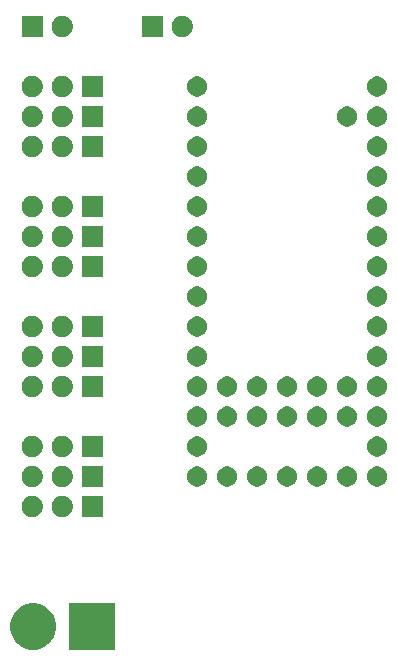
<source format=gbr>
G04 #@! TF.GenerationSoftware,KiCad,Pcbnew,(5.1.5)-3*
G04 #@! TF.CreationDate,2020-04-04T13:54:15-07:00*
G04 #@! TF.ProjectId,ServoPower2,53657276-6f50-46f7-9765-72322e6b6963,rev?*
G04 #@! TF.SameCoordinates,Original*
G04 #@! TF.FileFunction,Soldermask,Bot*
G04 #@! TF.FilePolarity,Negative*
%FSLAX46Y46*%
G04 Gerber Fmt 4.6, Leading zero omitted, Abs format (unit mm)*
G04 Created by KiCad (PCBNEW (5.1.5)-3) date 2020-04-04 13:54:15*
%MOMM*%
%LPD*%
G04 APERTURE LIST*
%ADD10C,0.100000*%
G04 APERTURE END LIST*
D10*
G36*
X159431000Y-116251000D02*
G01*
X155529000Y-116251000D01*
X155529000Y-112349000D01*
X159431000Y-112349000D01*
X159431000Y-116251000D01*
G37*
G36*
X153049085Y-112423975D02*
G01*
X153404143Y-112571045D01*
X153404145Y-112571046D01*
X153723690Y-112784559D01*
X153995441Y-113056310D01*
X154208954Y-113375855D01*
X154208955Y-113375857D01*
X154356025Y-113730915D01*
X154431000Y-114107842D01*
X154431000Y-114492158D01*
X154356025Y-114869085D01*
X154208955Y-115224143D01*
X154208954Y-115224145D01*
X153995441Y-115543690D01*
X153723690Y-115815441D01*
X153404145Y-116028954D01*
X153404144Y-116028955D01*
X153404143Y-116028955D01*
X153049085Y-116176025D01*
X152672158Y-116251000D01*
X152287842Y-116251000D01*
X151910915Y-116176025D01*
X151555857Y-116028955D01*
X151555856Y-116028955D01*
X151555855Y-116028954D01*
X151236310Y-115815441D01*
X150964559Y-115543690D01*
X150751046Y-115224145D01*
X150751045Y-115224143D01*
X150603975Y-114869085D01*
X150529000Y-114492158D01*
X150529000Y-114107842D01*
X150603975Y-113730915D01*
X150751045Y-113375857D01*
X150751046Y-113375855D01*
X150964559Y-113056310D01*
X151236310Y-112784559D01*
X151555855Y-112571046D01*
X151555857Y-112571045D01*
X151910915Y-112423975D01*
X152287842Y-112349000D01*
X152672158Y-112349000D01*
X153049085Y-112423975D01*
G37*
G36*
X155053512Y-103243927D02*
G01*
X155202812Y-103273624D01*
X155366784Y-103341544D01*
X155514354Y-103440147D01*
X155639853Y-103565646D01*
X155738456Y-103713216D01*
X155806376Y-103877188D01*
X155841000Y-104051259D01*
X155841000Y-104228741D01*
X155806376Y-104402812D01*
X155738456Y-104566784D01*
X155639853Y-104714354D01*
X155514354Y-104839853D01*
X155366784Y-104938456D01*
X155202812Y-105006376D01*
X155053512Y-105036073D01*
X155028742Y-105041000D01*
X154851258Y-105041000D01*
X154826488Y-105036073D01*
X154677188Y-105006376D01*
X154513216Y-104938456D01*
X154365646Y-104839853D01*
X154240147Y-104714354D01*
X154141544Y-104566784D01*
X154073624Y-104402812D01*
X154039000Y-104228741D01*
X154039000Y-104051259D01*
X154073624Y-103877188D01*
X154141544Y-103713216D01*
X154240147Y-103565646D01*
X154365646Y-103440147D01*
X154513216Y-103341544D01*
X154677188Y-103273624D01*
X154826488Y-103243927D01*
X154851258Y-103239000D01*
X155028742Y-103239000D01*
X155053512Y-103243927D01*
G37*
G36*
X152513512Y-103243927D02*
G01*
X152662812Y-103273624D01*
X152826784Y-103341544D01*
X152974354Y-103440147D01*
X153099853Y-103565646D01*
X153198456Y-103713216D01*
X153266376Y-103877188D01*
X153301000Y-104051259D01*
X153301000Y-104228741D01*
X153266376Y-104402812D01*
X153198456Y-104566784D01*
X153099853Y-104714354D01*
X152974354Y-104839853D01*
X152826784Y-104938456D01*
X152662812Y-105006376D01*
X152513512Y-105036073D01*
X152488742Y-105041000D01*
X152311258Y-105041000D01*
X152286488Y-105036073D01*
X152137188Y-105006376D01*
X151973216Y-104938456D01*
X151825646Y-104839853D01*
X151700147Y-104714354D01*
X151601544Y-104566784D01*
X151533624Y-104402812D01*
X151499000Y-104228741D01*
X151499000Y-104051259D01*
X151533624Y-103877188D01*
X151601544Y-103713216D01*
X151700147Y-103565646D01*
X151825646Y-103440147D01*
X151973216Y-103341544D01*
X152137188Y-103273624D01*
X152286488Y-103243927D01*
X152311258Y-103239000D01*
X152488742Y-103239000D01*
X152513512Y-103243927D01*
G37*
G36*
X158381000Y-105041000D02*
G01*
X156579000Y-105041000D01*
X156579000Y-103239000D01*
X158381000Y-103239000D01*
X158381000Y-105041000D01*
G37*
G36*
X158381000Y-102501000D02*
G01*
X156579000Y-102501000D01*
X156579000Y-100699000D01*
X158381000Y-100699000D01*
X158381000Y-102501000D01*
G37*
G36*
X152513512Y-100703927D02*
G01*
X152662812Y-100733624D01*
X152826784Y-100801544D01*
X152974354Y-100900147D01*
X153099853Y-101025646D01*
X153198456Y-101173216D01*
X153266376Y-101337188D01*
X153301000Y-101511259D01*
X153301000Y-101688741D01*
X153266376Y-101862812D01*
X153198456Y-102026784D01*
X153099853Y-102174354D01*
X152974354Y-102299853D01*
X152826784Y-102398456D01*
X152662812Y-102466376D01*
X152513512Y-102496073D01*
X152488742Y-102501000D01*
X152311258Y-102501000D01*
X152286488Y-102496073D01*
X152137188Y-102466376D01*
X151973216Y-102398456D01*
X151825646Y-102299853D01*
X151700147Y-102174354D01*
X151601544Y-102026784D01*
X151533624Y-101862812D01*
X151499000Y-101688741D01*
X151499000Y-101511259D01*
X151533624Y-101337188D01*
X151601544Y-101173216D01*
X151700147Y-101025646D01*
X151825646Y-100900147D01*
X151973216Y-100801544D01*
X152137188Y-100733624D01*
X152286488Y-100703927D01*
X152311258Y-100699000D01*
X152488742Y-100699000D01*
X152513512Y-100703927D01*
G37*
G36*
X155053512Y-100703927D02*
G01*
X155202812Y-100733624D01*
X155366784Y-100801544D01*
X155514354Y-100900147D01*
X155639853Y-101025646D01*
X155738456Y-101173216D01*
X155806376Y-101337188D01*
X155841000Y-101511259D01*
X155841000Y-101688741D01*
X155806376Y-101862812D01*
X155738456Y-102026784D01*
X155639853Y-102174354D01*
X155514354Y-102299853D01*
X155366784Y-102398456D01*
X155202812Y-102466376D01*
X155053512Y-102496073D01*
X155028742Y-102501000D01*
X154851258Y-102501000D01*
X154826488Y-102496073D01*
X154677188Y-102466376D01*
X154513216Y-102398456D01*
X154365646Y-102299853D01*
X154240147Y-102174354D01*
X154141544Y-102026784D01*
X154073624Y-101862812D01*
X154039000Y-101688741D01*
X154039000Y-101511259D01*
X154073624Y-101337188D01*
X154141544Y-101173216D01*
X154240147Y-101025646D01*
X154365646Y-100900147D01*
X154513216Y-100801544D01*
X154677188Y-100733624D01*
X154826488Y-100703927D01*
X154851258Y-100699000D01*
X155028742Y-100699000D01*
X155053512Y-100703927D01*
G37*
G36*
X181858228Y-100781703D02*
G01*
X182013100Y-100845853D01*
X182152481Y-100938985D01*
X182271015Y-101057519D01*
X182364147Y-101196900D01*
X182428297Y-101351772D01*
X182461000Y-101516184D01*
X182461000Y-101683816D01*
X182428297Y-101848228D01*
X182364147Y-102003100D01*
X182271015Y-102142481D01*
X182152481Y-102261015D01*
X182013100Y-102354147D01*
X181858228Y-102418297D01*
X181693816Y-102451000D01*
X181526184Y-102451000D01*
X181361772Y-102418297D01*
X181206900Y-102354147D01*
X181067519Y-102261015D01*
X180948985Y-102142481D01*
X180855853Y-102003100D01*
X180791703Y-101848228D01*
X180759000Y-101683816D01*
X180759000Y-101516184D01*
X180791703Y-101351772D01*
X180855853Y-101196900D01*
X180948985Y-101057519D01*
X181067519Y-100938985D01*
X181206900Y-100845853D01*
X181361772Y-100781703D01*
X181526184Y-100749000D01*
X181693816Y-100749000D01*
X181858228Y-100781703D01*
G37*
G36*
X179318228Y-100781703D02*
G01*
X179473100Y-100845853D01*
X179612481Y-100938985D01*
X179731015Y-101057519D01*
X179824147Y-101196900D01*
X179888297Y-101351772D01*
X179921000Y-101516184D01*
X179921000Y-101683816D01*
X179888297Y-101848228D01*
X179824147Y-102003100D01*
X179731015Y-102142481D01*
X179612481Y-102261015D01*
X179473100Y-102354147D01*
X179318228Y-102418297D01*
X179153816Y-102451000D01*
X178986184Y-102451000D01*
X178821772Y-102418297D01*
X178666900Y-102354147D01*
X178527519Y-102261015D01*
X178408985Y-102142481D01*
X178315853Y-102003100D01*
X178251703Y-101848228D01*
X178219000Y-101683816D01*
X178219000Y-101516184D01*
X178251703Y-101351772D01*
X178315853Y-101196900D01*
X178408985Y-101057519D01*
X178527519Y-100938985D01*
X178666900Y-100845853D01*
X178821772Y-100781703D01*
X178986184Y-100749000D01*
X179153816Y-100749000D01*
X179318228Y-100781703D01*
G37*
G36*
X176778228Y-100781703D02*
G01*
X176933100Y-100845853D01*
X177072481Y-100938985D01*
X177191015Y-101057519D01*
X177284147Y-101196900D01*
X177348297Y-101351772D01*
X177381000Y-101516184D01*
X177381000Y-101683816D01*
X177348297Y-101848228D01*
X177284147Y-102003100D01*
X177191015Y-102142481D01*
X177072481Y-102261015D01*
X176933100Y-102354147D01*
X176778228Y-102418297D01*
X176613816Y-102451000D01*
X176446184Y-102451000D01*
X176281772Y-102418297D01*
X176126900Y-102354147D01*
X175987519Y-102261015D01*
X175868985Y-102142481D01*
X175775853Y-102003100D01*
X175711703Y-101848228D01*
X175679000Y-101683816D01*
X175679000Y-101516184D01*
X175711703Y-101351772D01*
X175775853Y-101196900D01*
X175868985Y-101057519D01*
X175987519Y-100938985D01*
X176126900Y-100845853D01*
X176281772Y-100781703D01*
X176446184Y-100749000D01*
X176613816Y-100749000D01*
X176778228Y-100781703D01*
G37*
G36*
X174238228Y-100781703D02*
G01*
X174393100Y-100845853D01*
X174532481Y-100938985D01*
X174651015Y-101057519D01*
X174744147Y-101196900D01*
X174808297Y-101351772D01*
X174841000Y-101516184D01*
X174841000Y-101683816D01*
X174808297Y-101848228D01*
X174744147Y-102003100D01*
X174651015Y-102142481D01*
X174532481Y-102261015D01*
X174393100Y-102354147D01*
X174238228Y-102418297D01*
X174073816Y-102451000D01*
X173906184Y-102451000D01*
X173741772Y-102418297D01*
X173586900Y-102354147D01*
X173447519Y-102261015D01*
X173328985Y-102142481D01*
X173235853Y-102003100D01*
X173171703Y-101848228D01*
X173139000Y-101683816D01*
X173139000Y-101516184D01*
X173171703Y-101351772D01*
X173235853Y-101196900D01*
X173328985Y-101057519D01*
X173447519Y-100938985D01*
X173586900Y-100845853D01*
X173741772Y-100781703D01*
X173906184Y-100749000D01*
X174073816Y-100749000D01*
X174238228Y-100781703D01*
G37*
G36*
X169158228Y-100781703D02*
G01*
X169313100Y-100845853D01*
X169452481Y-100938985D01*
X169571015Y-101057519D01*
X169664147Y-101196900D01*
X169728297Y-101351772D01*
X169761000Y-101516184D01*
X169761000Y-101683816D01*
X169728297Y-101848228D01*
X169664147Y-102003100D01*
X169571015Y-102142481D01*
X169452481Y-102261015D01*
X169313100Y-102354147D01*
X169158228Y-102418297D01*
X168993816Y-102451000D01*
X168826184Y-102451000D01*
X168661772Y-102418297D01*
X168506900Y-102354147D01*
X168367519Y-102261015D01*
X168248985Y-102142481D01*
X168155853Y-102003100D01*
X168091703Y-101848228D01*
X168059000Y-101683816D01*
X168059000Y-101516184D01*
X168091703Y-101351772D01*
X168155853Y-101196900D01*
X168248985Y-101057519D01*
X168367519Y-100938985D01*
X168506900Y-100845853D01*
X168661772Y-100781703D01*
X168826184Y-100749000D01*
X168993816Y-100749000D01*
X169158228Y-100781703D01*
G37*
G36*
X171698228Y-100781703D02*
G01*
X171853100Y-100845853D01*
X171992481Y-100938985D01*
X172111015Y-101057519D01*
X172204147Y-101196900D01*
X172268297Y-101351772D01*
X172301000Y-101516184D01*
X172301000Y-101683816D01*
X172268297Y-101848228D01*
X172204147Y-102003100D01*
X172111015Y-102142481D01*
X171992481Y-102261015D01*
X171853100Y-102354147D01*
X171698228Y-102418297D01*
X171533816Y-102451000D01*
X171366184Y-102451000D01*
X171201772Y-102418297D01*
X171046900Y-102354147D01*
X170907519Y-102261015D01*
X170788985Y-102142481D01*
X170695853Y-102003100D01*
X170631703Y-101848228D01*
X170599000Y-101683816D01*
X170599000Y-101516184D01*
X170631703Y-101351772D01*
X170695853Y-101196900D01*
X170788985Y-101057519D01*
X170907519Y-100938985D01*
X171046900Y-100845853D01*
X171201772Y-100781703D01*
X171366184Y-100749000D01*
X171533816Y-100749000D01*
X171698228Y-100781703D01*
G37*
G36*
X166618228Y-100781703D02*
G01*
X166773100Y-100845853D01*
X166912481Y-100938985D01*
X167031015Y-101057519D01*
X167124147Y-101196900D01*
X167188297Y-101351772D01*
X167221000Y-101516184D01*
X167221000Y-101683816D01*
X167188297Y-101848228D01*
X167124147Y-102003100D01*
X167031015Y-102142481D01*
X166912481Y-102261015D01*
X166773100Y-102354147D01*
X166618228Y-102418297D01*
X166453816Y-102451000D01*
X166286184Y-102451000D01*
X166121772Y-102418297D01*
X165966900Y-102354147D01*
X165827519Y-102261015D01*
X165708985Y-102142481D01*
X165615853Y-102003100D01*
X165551703Y-101848228D01*
X165519000Y-101683816D01*
X165519000Y-101516184D01*
X165551703Y-101351772D01*
X165615853Y-101196900D01*
X165708985Y-101057519D01*
X165827519Y-100938985D01*
X165966900Y-100845853D01*
X166121772Y-100781703D01*
X166286184Y-100749000D01*
X166453816Y-100749000D01*
X166618228Y-100781703D01*
G37*
G36*
X152513512Y-98163927D02*
G01*
X152662812Y-98193624D01*
X152826784Y-98261544D01*
X152974354Y-98360147D01*
X153099853Y-98485646D01*
X153198456Y-98633216D01*
X153266376Y-98797188D01*
X153301000Y-98971259D01*
X153301000Y-99148741D01*
X153266376Y-99322812D01*
X153198456Y-99486784D01*
X153099853Y-99634354D01*
X152974354Y-99759853D01*
X152826784Y-99858456D01*
X152662812Y-99926376D01*
X152513512Y-99956073D01*
X152488742Y-99961000D01*
X152311258Y-99961000D01*
X152286488Y-99956073D01*
X152137188Y-99926376D01*
X151973216Y-99858456D01*
X151825646Y-99759853D01*
X151700147Y-99634354D01*
X151601544Y-99486784D01*
X151533624Y-99322812D01*
X151499000Y-99148741D01*
X151499000Y-98971259D01*
X151533624Y-98797188D01*
X151601544Y-98633216D01*
X151700147Y-98485646D01*
X151825646Y-98360147D01*
X151973216Y-98261544D01*
X152137188Y-98193624D01*
X152286488Y-98163927D01*
X152311258Y-98159000D01*
X152488742Y-98159000D01*
X152513512Y-98163927D01*
G37*
G36*
X158381000Y-99961000D02*
G01*
X156579000Y-99961000D01*
X156579000Y-98159000D01*
X158381000Y-98159000D01*
X158381000Y-99961000D01*
G37*
G36*
X155053512Y-98163927D02*
G01*
X155202812Y-98193624D01*
X155366784Y-98261544D01*
X155514354Y-98360147D01*
X155639853Y-98485646D01*
X155738456Y-98633216D01*
X155806376Y-98797188D01*
X155841000Y-98971259D01*
X155841000Y-99148741D01*
X155806376Y-99322812D01*
X155738456Y-99486784D01*
X155639853Y-99634354D01*
X155514354Y-99759853D01*
X155366784Y-99858456D01*
X155202812Y-99926376D01*
X155053512Y-99956073D01*
X155028742Y-99961000D01*
X154851258Y-99961000D01*
X154826488Y-99956073D01*
X154677188Y-99926376D01*
X154513216Y-99858456D01*
X154365646Y-99759853D01*
X154240147Y-99634354D01*
X154141544Y-99486784D01*
X154073624Y-99322812D01*
X154039000Y-99148741D01*
X154039000Y-98971259D01*
X154073624Y-98797188D01*
X154141544Y-98633216D01*
X154240147Y-98485646D01*
X154365646Y-98360147D01*
X154513216Y-98261544D01*
X154677188Y-98193624D01*
X154826488Y-98163927D01*
X154851258Y-98159000D01*
X155028742Y-98159000D01*
X155053512Y-98163927D01*
G37*
G36*
X166618228Y-98241703D02*
G01*
X166773100Y-98305853D01*
X166912481Y-98398985D01*
X167031015Y-98517519D01*
X167124147Y-98656900D01*
X167188297Y-98811772D01*
X167221000Y-98976184D01*
X167221000Y-99143816D01*
X167188297Y-99308228D01*
X167124147Y-99463100D01*
X167031015Y-99602481D01*
X166912481Y-99721015D01*
X166773100Y-99814147D01*
X166618228Y-99878297D01*
X166453816Y-99911000D01*
X166286184Y-99911000D01*
X166121772Y-99878297D01*
X165966900Y-99814147D01*
X165827519Y-99721015D01*
X165708985Y-99602481D01*
X165615853Y-99463100D01*
X165551703Y-99308228D01*
X165519000Y-99143816D01*
X165519000Y-98976184D01*
X165551703Y-98811772D01*
X165615853Y-98656900D01*
X165708985Y-98517519D01*
X165827519Y-98398985D01*
X165966900Y-98305853D01*
X166121772Y-98241703D01*
X166286184Y-98209000D01*
X166453816Y-98209000D01*
X166618228Y-98241703D01*
G37*
G36*
X181858228Y-98241703D02*
G01*
X182013100Y-98305853D01*
X182152481Y-98398985D01*
X182271015Y-98517519D01*
X182364147Y-98656900D01*
X182428297Y-98811772D01*
X182461000Y-98976184D01*
X182461000Y-99143816D01*
X182428297Y-99308228D01*
X182364147Y-99463100D01*
X182271015Y-99602481D01*
X182152481Y-99721015D01*
X182013100Y-99814147D01*
X181858228Y-99878297D01*
X181693816Y-99911000D01*
X181526184Y-99911000D01*
X181361772Y-99878297D01*
X181206900Y-99814147D01*
X181067519Y-99721015D01*
X180948985Y-99602481D01*
X180855853Y-99463100D01*
X180791703Y-99308228D01*
X180759000Y-99143816D01*
X180759000Y-98976184D01*
X180791703Y-98811772D01*
X180855853Y-98656900D01*
X180948985Y-98517519D01*
X181067519Y-98398985D01*
X181206900Y-98305853D01*
X181361772Y-98241703D01*
X181526184Y-98209000D01*
X181693816Y-98209000D01*
X181858228Y-98241703D01*
G37*
G36*
X169158228Y-95701703D02*
G01*
X169313100Y-95765853D01*
X169452481Y-95858985D01*
X169571015Y-95977519D01*
X169664147Y-96116900D01*
X169728297Y-96271772D01*
X169761000Y-96436184D01*
X169761000Y-96603816D01*
X169728297Y-96768228D01*
X169664147Y-96923100D01*
X169571015Y-97062481D01*
X169452481Y-97181015D01*
X169313100Y-97274147D01*
X169158228Y-97338297D01*
X168993816Y-97371000D01*
X168826184Y-97371000D01*
X168661772Y-97338297D01*
X168506900Y-97274147D01*
X168367519Y-97181015D01*
X168248985Y-97062481D01*
X168155853Y-96923100D01*
X168091703Y-96768228D01*
X168059000Y-96603816D01*
X168059000Y-96436184D01*
X168091703Y-96271772D01*
X168155853Y-96116900D01*
X168248985Y-95977519D01*
X168367519Y-95858985D01*
X168506900Y-95765853D01*
X168661772Y-95701703D01*
X168826184Y-95669000D01*
X168993816Y-95669000D01*
X169158228Y-95701703D01*
G37*
G36*
X171698228Y-95701703D02*
G01*
X171853100Y-95765853D01*
X171992481Y-95858985D01*
X172111015Y-95977519D01*
X172204147Y-96116900D01*
X172268297Y-96271772D01*
X172301000Y-96436184D01*
X172301000Y-96603816D01*
X172268297Y-96768228D01*
X172204147Y-96923100D01*
X172111015Y-97062481D01*
X171992481Y-97181015D01*
X171853100Y-97274147D01*
X171698228Y-97338297D01*
X171533816Y-97371000D01*
X171366184Y-97371000D01*
X171201772Y-97338297D01*
X171046900Y-97274147D01*
X170907519Y-97181015D01*
X170788985Y-97062481D01*
X170695853Y-96923100D01*
X170631703Y-96768228D01*
X170599000Y-96603816D01*
X170599000Y-96436184D01*
X170631703Y-96271772D01*
X170695853Y-96116900D01*
X170788985Y-95977519D01*
X170907519Y-95858985D01*
X171046900Y-95765853D01*
X171201772Y-95701703D01*
X171366184Y-95669000D01*
X171533816Y-95669000D01*
X171698228Y-95701703D01*
G37*
G36*
X174238228Y-95701703D02*
G01*
X174393100Y-95765853D01*
X174532481Y-95858985D01*
X174651015Y-95977519D01*
X174744147Y-96116900D01*
X174808297Y-96271772D01*
X174841000Y-96436184D01*
X174841000Y-96603816D01*
X174808297Y-96768228D01*
X174744147Y-96923100D01*
X174651015Y-97062481D01*
X174532481Y-97181015D01*
X174393100Y-97274147D01*
X174238228Y-97338297D01*
X174073816Y-97371000D01*
X173906184Y-97371000D01*
X173741772Y-97338297D01*
X173586900Y-97274147D01*
X173447519Y-97181015D01*
X173328985Y-97062481D01*
X173235853Y-96923100D01*
X173171703Y-96768228D01*
X173139000Y-96603816D01*
X173139000Y-96436184D01*
X173171703Y-96271772D01*
X173235853Y-96116900D01*
X173328985Y-95977519D01*
X173447519Y-95858985D01*
X173586900Y-95765853D01*
X173741772Y-95701703D01*
X173906184Y-95669000D01*
X174073816Y-95669000D01*
X174238228Y-95701703D01*
G37*
G36*
X176778228Y-95701703D02*
G01*
X176933100Y-95765853D01*
X177072481Y-95858985D01*
X177191015Y-95977519D01*
X177284147Y-96116900D01*
X177348297Y-96271772D01*
X177381000Y-96436184D01*
X177381000Y-96603816D01*
X177348297Y-96768228D01*
X177284147Y-96923100D01*
X177191015Y-97062481D01*
X177072481Y-97181015D01*
X176933100Y-97274147D01*
X176778228Y-97338297D01*
X176613816Y-97371000D01*
X176446184Y-97371000D01*
X176281772Y-97338297D01*
X176126900Y-97274147D01*
X175987519Y-97181015D01*
X175868985Y-97062481D01*
X175775853Y-96923100D01*
X175711703Y-96768228D01*
X175679000Y-96603816D01*
X175679000Y-96436184D01*
X175711703Y-96271772D01*
X175775853Y-96116900D01*
X175868985Y-95977519D01*
X175987519Y-95858985D01*
X176126900Y-95765853D01*
X176281772Y-95701703D01*
X176446184Y-95669000D01*
X176613816Y-95669000D01*
X176778228Y-95701703D01*
G37*
G36*
X166618228Y-95701703D02*
G01*
X166773100Y-95765853D01*
X166912481Y-95858985D01*
X167031015Y-95977519D01*
X167124147Y-96116900D01*
X167188297Y-96271772D01*
X167221000Y-96436184D01*
X167221000Y-96603816D01*
X167188297Y-96768228D01*
X167124147Y-96923100D01*
X167031015Y-97062481D01*
X166912481Y-97181015D01*
X166773100Y-97274147D01*
X166618228Y-97338297D01*
X166453816Y-97371000D01*
X166286184Y-97371000D01*
X166121772Y-97338297D01*
X165966900Y-97274147D01*
X165827519Y-97181015D01*
X165708985Y-97062481D01*
X165615853Y-96923100D01*
X165551703Y-96768228D01*
X165519000Y-96603816D01*
X165519000Y-96436184D01*
X165551703Y-96271772D01*
X165615853Y-96116900D01*
X165708985Y-95977519D01*
X165827519Y-95858985D01*
X165966900Y-95765853D01*
X166121772Y-95701703D01*
X166286184Y-95669000D01*
X166453816Y-95669000D01*
X166618228Y-95701703D01*
G37*
G36*
X179318228Y-95701703D02*
G01*
X179473100Y-95765853D01*
X179612481Y-95858985D01*
X179731015Y-95977519D01*
X179824147Y-96116900D01*
X179888297Y-96271772D01*
X179921000Y-96436184D01*
X179921000Y-96603816D01*
X179888297Y-96768228D01*
X179824147Y-96923100D01*
X179731015Y-97062481D01*
X179612481Y-97181015D01*
X179473100Y-97274147D01*
X179318228Y-97338297D01*
X179153816Y-97371000D01*
X178986184Y-97371000D01*
X178821772Y-97338297D01*
X178666900Y-97274147D01*
X178527519Y-97181015D01*
X178408985Y-97062481D01*
X178315853Y-96923100D01*
X178251703Y-96768228D01*
X178219000Y-96603816D01*
X178219000Y-96436184D01*
X178251703Y-96271772D01*
X178315853Y-96116900D01*
X178408985Y-95977519D01*
X178527519Y-95858985D01*
X178666900Y-95765853D01*
X178821772Y-95701703D01*
X178986184Y-95669000D01*
X179153816Y-95669000D01*
X179318228Y-95701703D01*
G37*
G36*
X181858228Y-95701703D02*
G01*
X182013100Y-95765853D01*
X182152481Y-95858985D01*
X182271015Y-95977519D01*
X182364147Y-96116900D01*
X182428297Y-96271772D01*
X182461000Y-96436184D01*
X182461000Y-96603816D01*
X182428297Y-96768228D01*
X182364147Y-96923100D01*
X182271015Y-97062481D01*
X182152481Y-97181015D01*
X182013100Y-97274147D01*
X181858228Y-97338297D01*
X181693816Y-97371000D01*
X181526184Y-97371000D01*
X181361772Y-97338297D01*
X181206900Y-97274147D01*
X181067519Y-97181015D01*
X180948985Y-97062481D01*
X180855853Y-96923100D01*
X180791703Y-96768228D01*
X180759000Y-96603816D01*
X180759000Y-96436184D01*
X180791703Y-96271772D01*
X180855853Y-96116900D01*
X180948985Y-95977519D01*
X181067519Y-95858985D01*
X181206900Y-95765853D01*
X181361772Y-95701703D01*
X181526184Y-95669000D01*
X181693816Y-95669000D01*
X181858228Y-95701703D01*
G37*
G36*
X152513512Y-93083927D02*
G01*
X152662812Y-93113624D01*
X152826784Y-93181544D01*
X152974354Y-93280147D01*
X153099853Y-93405646D01*
X153198456Y-93553216D01*
X153266376Y-93717188D01*
X153301000Y-93891259D01*
X153301000Y-94068741D01*
X153266376Y-94242812D01*
X153198456Y-94406784D01*
X153099853Y-94554354D01*
X152974354Y-94679853D01*
X152826784Y-94778456D01*
X152662812Y-94846376D01*
X152513512Y-94876073D01*
X152488742Y-94881000D01*
X152311258Y-94881000D01*
X152286488Y-94876073D01*
X152137188Y-94846376D01*
X151973216Y-94778456D01*
X151825646Y-94679853D01*
X151700147Y-94554354D01*
X151601544Y-94406784D01*
X151533624Y-94242812D01*
X151499000Y-94068741D01*
X151499000Y-93891259D01*
X151533624Y-93717188D01*
X151601544Y-93553216D01*
X151700147Y-93405646D01*
X151825646Y-93280147D01*
X151973216Y-93181544D01*
X152137188Y-93113624D01*
X152286488Y-93083927D01*
X152311258Y-93079000D01*
X152488742Y-93079000D01*
X152513512Y-93083927D01*
G37*
G36*
X155053512Y-93083927D02*
G01*
X155202812Y-93113624D01*
X155366784Y-93181544D01*
X155514354Y-93280147D01*
X155639853Y-93405646D01*
X155738456Y-93553216D01*
X155806376Y-93717188D01*
X155841000Y-93891259D01*
X155841000Y-94068741D01*
X155806376Y-94242812D01*
X155738456Y-94406784D01*
X155639853Y-94554354D01*
X155514354Y-94679853D01*
X155366784Y-94778456D01*
X155202812Y-94846376D01*
X155053512Y-94876073D01*
X155028742Y-94881000D01*
X154851258Y-94881000D01*
X154826488Y-94876073D01*
X154677188Y-94846376D01*
X154513216Y-94778456D01*
X154365646Y-94679853D01*
X154240147Y-94554354D01*
X154141544Y-94406784D01*
X154073624Y-94242812D01*
X154039000Y-94068741D01*
X154039000Y-93891259D01*
X154073624Y-93717188D01*
X154141544Y-93553216D01*
X154240147Y-93405646D01*
X154365646Y-93280147D01*
X154513216Y-93181544D01*
X154677188Y-93113624D01*
X154826488Y-93083927D01*
X154851258Y-93079000D01*
X155028742Y-93079000D01*
X155053512Y-93083927D01*
G37*
G36*
X158381000Y-94881000D02*
G01*
X156579000Y-94881000D01*
X156579000Y-93079000D01*
X158381000Y-93079000D01*
X158381000Y-94881000D01*
G37*
G36*
X174238228Y-93161703D02*
G01*
X174393100Y-93225853D01*
X174532481Y-93318985D01*
X174651015Y-93437519D01*
X174744147Y-93576900D01*
X174808297Y-93731772D01*
X174841000Y-93896184D01*
X174841000Y-94063816D01*
X174808297Y-94228228D01*
X174744147Y-94383100D01*
X174651015Y-94522481D01*
X174532481Y-94641015D01*
X174393100Y-94734147D01*
X174238228Y-94798297D01*
X174073816Y-94831000D01*
X173906184Y-94831000D01*
X173741772Y-94798297D01*
X173586900Y-94734147D01*
X173447519Y-94641015D01*
X173328985Y-94522481D01*
X173235853Y-94383100D01*
X173171703Y-94228228D01*
X173139000Y-94063816D01*
X173139000Y-93896184D01*
X173171703Y-93731772D01*
X173235853Y-93576900D01*
X173328985Y-93437519D01*
X173447519Y-93318985D01*
X173586900Y-93225853D01*
X173741772Y-93161703D01*
X173906184Y-93129000D01*
X174073816Y-93129000D01*
X174238228Y-93161703D01*
G37*
G36*
X169158228Y-93161703D02*
G01*
X169313100Y-93225853D01*
X169452481Y-93318985D01*
X169571015Y-93437519D01*
X169664147Y-93576900D01*
X169728297Y-93731772D01*
X169761000Y-93896184D01*
X169761000Y-94063816D01*
X169728297Y-94228228D01*
X169664147Y-94383100D01*
X169571015Y-94522481D01*
X169452481Y-94641015D01*
X169313100Y-94734147D01*
X169158228Y-94798297D01*
X168993816Y-94831000D01*
X168826184Y-94831000D01*
X168661772Y-94798297D01*
X168506900Y-94734147D01*
X168367519Y-94641015D01*
X168248985Y-94522481D01*
X168155853Y-94383100D01*
X168091703Y-94228228D01*
X168059000Y-94063816D01*
X168059000Y-93896184D01*
X168091703Y-93731772D01*
X168155853Y-93576900D01*
X168248985Y-93437519D01*
X168367519Y-93318985D01*
X168506900Y-93225853D01*
X168661772Y-93161703D01*
X168826184Y-93129000D01*
X168993816Y-93129000D01*
X169158228Y-93161703D01*
G37*
G36*
X171698228Y-93161703D02*
G01*
X171853100Y-93225853D01*
X171992481Y-93318985D01*
X172111015Y-93437519D01*
X172204147Y-93576900D01*
X172268297Y-93731772D01*
X172301000Y-93896184D01*
X172301000Y-94063816D01*
X172268297Y-94228228D01*
X172204147Y-94383100D01*
X172111015Y-94522481D01*
X171992481Y-94641015D01*
X171853100Y-94734147D01*
X171698228Y-94798297D01*
X171533816Y-94831000D01*
X171366184Y-94831000D01*
X171201772Y-94798297D01*
X171046900Y-94734147D01*
X170907519Y-94641015D01*
X170788985Y-94522481D01*
X170695853Y-94383100D01*
X170631703Y-94228228D01*
X170599000Y-94063816D01*
X170599000Y-93896184D01*
X170631703Y-93731772D01*
X170695853Y-93576900D01*
X170788985Y-93437519D01*
X170907519Y-93318985D01*
X171046900Y-93225853D01*
X171201772Y-93161703D01*
X171366184Y-93129000D01*
X171533816Y-93129000D01*
X171698228Y-93161703D01*
G37*
G36*
X176778228Y-93161703D02*
G01*
X176933100Y-93225853D01*
X177072481Y-93318985D01*
X177191015Y-93437519D01*
X177284147Y-93576900D01*
X177348297Y-93731772D01*
X177381000Y-93896184D01*
X177381000Y-94063816D01*
X177348297Y-94228228D01*
X177284147Y-94383100D01*
X177191015Y-94522481D01*
X177072481Y-94641015D01*
X176933100Y-94734147D01*
X176778228Y-94798297D01*
X176613816Y-94831000D01*
X176446184Y-94831000D01*
X176281772Y-94798297D01*
X176126900Y-94734147D01*
X175987519Y-94641015D01*
X175868985Y-94522481D01*
X175775853Y-94383100D01*
X175711703Y-94228228D01*
X175679000Y-94063816D01*
X175679000Y-93896184D01*
X175711703Y-93731772D01*
X175775853Y-93576900D01*
X175868985Y-93437519D01*
X175987519Y-93318985D01*
X176126900Y-93225853D01*
X176281772Y-93161703D01*
X176446184Y-93129000D01*
X176613816Y-93129000D01*
X176778228Y-93161703D01*
G37*
G36*
X179318228Y-93161703D02*
G01*
X179473100Y-93225853D01*
X179612481Y-93318985D01*
X179731015Y-93437519D01*
X179824147Y-93576900D01*
X179888297Y-93731772D01*
X179921000Y-93896184D01*
X179921000Y-94063816D01*
X179888297Y-94228228D01*
X179824147Y-94383100D01*
X179731015Y-94522481D01*
X179612481Y-94641015D01*
X179473100Y-94734147D01*
X179318228Y-94798297D01*
X179153816Y-94831000D01*
X178986184Y-94831000D01*
X178821772Y-94798297D01*
X178666900Y-94734147D01*
X178527519Y-94641015D01*
X178408985Y-94522481D01*
X178315853Y-94383100D01*
X178251703Y-94228228D01*
X178219000Y-94063816D01*
X178219000Y-93896184D01*
X178251703Y-93731772D01*
X178315853Y-93576900D01*
X178408985Y-93437519D01*
X178527519Y-93318985D01*
X178666900Y-93225853D01*
X178821772Y-93161703D01*
X178986184Y-93129000D01*
X179153816Y-93129000D01*
X179318228Y-93161703D01*
G37*
G36*
X166618228Y-93161703D02*
G01*
X166773100Y-93225853D01*
X166912481Y-93318985D01*
X167031015Y-93437519D01*
X167124147Y-93576900D01*
X167188297Y-93731772D01*
X167221000Y-93896184D01*
X167221000Y-94063816D01*
X167188297Y-94228228D01*
X167124147Y-94383100D01*
X167031015Y-94522481D01*
X166912481Y-94641015D01*
X166773100Y-94734147D01*
X166618228Y-94798297D01*
X166453816Y-94831000D01*
X166286184Y-94831000D01*
X166121772Y-94798297D01*
X165966900Y-94734147D01*
X165827519Y-94641015D01*
X165708985Y-94522481D01*
X165615853Y-94383100D01*
X165551703Y-94228228D01*
X165519000Y-94063816D01*
X165519000Y-93896184D01*
X165551703Y-93731772D01*
X165615853Y-93576900D01*
X165708985Y-93437519D01*
X165827519Y-93318985D01*
X165966900Y-93225853D01*
X166121772Y-93161703D01*
X166286184Y-93129000D01*
X166453816Y-93129000D01*
X166618228Y-93161703D01*
G37*
G36*
X181858228Y-93161703D02*
G01*
X182013100Y-93225853D01*
X182152481Y-93318985D01*
X182271015Y-93437519D01*
X182364147Y-93576900D01*
X182428297Y-93731772D01*
X182461000Y-93896184D01*
X182461000Y-94063816D01*
X182428297Y-94228228D01*
X182364147Y-94383100D01*
X182271015Y-94522481D01*
X182152481Y-94641015D01*
X182013100Y-94734147D01*
X181858228Y-94798297D01*
X181693816Y-94831000D01*
X181526184Y-94831000D01*
X181361772Y-94798297D01*
X181206900Y-94734147D01*
X181067519Y-94641015D01*
X180948985Y-94522481D01*
X180855853Y-94383100D01*
X180791703Y-94228228D01*
X180759000Y-94063816D01*
X180759000Y-93896184D01*
X180791703Y-93731772D01*
X180855853Y-93576900D01*
X180948985Y-93437519D01*
X181067519Y-93318985D01*
X181206900Y-93225853D01*
X181361772Y-93161703D01*
X181526184Y-93129000D01*
X181693816Y-93129000D01*
X181858228Y-93161703D01*
G37*
G36*
X158381000Y-92341000D02*
G01*
X156579000Y-92341000D01*
X156579000Y-90539000D01*
X158381000Y-90539000D01*
X158381000Y-92341000D01*
G37*
G36*
X155053512Y-90543927D02*
G01*
X155202812Y-90573624D01*
X155366784Y-90641544D01*
X155514354Y-90740147D01*
X155639853Y-90865646D01*
X155738456Y-91013216D01*
X155806376Y-91177188D01*
X155841000Y-91351259D01*
X155841000Y-91528741D01*
X155806376Y-91702812D01*
X155738456Y-91866784D01*
X155639853Y-92014354D01*
X155514354Y-92139853D01*
X155366784Y-92238456D01*
X155202812Y-92306376D01*
X155053512Y-92336073D01*
X155028742Y-92341000D01*
X154851258Y-92341000D01*
X154826488Y-92336073D01*
X154677188Y-92306376D01*
X154513216Y-92238456D01*
X154365646Y-92139853D01*
X154240147Y-92014354D01*
X154141544Y-91866784D01*
X154073624Y-91702812D01*
X154039000Y-91528741D01*
X154039000Y-91351259D01*
X154073624Y-91177188D01*
X154141544Y-91013216D01*
X154240147Y-90865646D01*
X154365646Y-90740147D01*
X154513216Y-90641544D01*
X154677188Y-90573624D01*
X154826488Y-90543927D01*
X154851258Y-90539000D01*
X155028742Y-90539000D01*
X155053512Y-90543927D01*
G37*
G36*
X152513512Y-90543927D02*
G01*
X152662812Y-90573624D01*
X152826784Y-90641544D01*
X152974354Y-90740147D01*
X153099853Y-90865646D01*
X153198456Y-91013216D01*
X153266376Y-91177188D01*
X153301000Y-91351259D01*
X153301000Y-91528741D01*
X153266376Y-91702812D01*
X153198456Y-91866784D01*
X153099853Y-92014354D01*
X152974354Y-92139853D01*
X152826784Y-92238456D01*
X152662812Y-92306376D01*
X152513512Y-92336073D01*
X152488742Y-92341000D01*
X152311258Y-92341000D01*
X152286488Y-92336073D01*
X152137188Y-92306376D01*
X151973216Y-92238456D01*
X151825646Y-92139853D01*
X151700147Y-92014354D01*
X151601544Y-91866784D01*
X151533624Y-91702812D01*
X151499000Y-91528741D01*
X151499000Y-91351259D01*
X151533624Y-91177188D01*
X151601544Y-91013216D01*
X151700147Y-90865646D01*
X151825646Y-90740147D01*
X151973216Y-90641544D01*
X152137188Y-90573624D01*
X152286488Y-90543927D01*
X152311258Y-90539000D01*
X152488742Y-90539000D01*
X152513512Y-90543927D01*
G37*
G36*
X181858228Y-90621703D02*
G01*
X182013100Y-90685853D01*
X182152481Y-90778985D01*
X182271015Y-90897519D01*
X182364147Y-91036900D01*
X182428297Y-91191772D01*
X182461000Y-91356184D01*
X182461000Y-91523816D01*
X182428297Y-91688228D01*
X182364147Y-91843100D01*
X182271015Y-91982481D01*
X182152481Y-92101015D01*
X182013100Y-92194147D01*
X181858228Y-92258297D01*
X181693816Y-92291000D01*
X181526184Y-92291000D01*
X181361772Y-92258297D01*
X181206900Y-92194147D01*
X181067519Y-92101015D01*
X180948985Y-91982481D01*
X180855853Y-91843100D01*
X180791703Y-91688228D01*
X180759000Y-91523816D01*
X180759000Y-91356184D01*
X180791703Y-91191772D01*
X180855853Y-91036900D01*
X180948985Y-90897519D01*
X181067519Y-90778985D01*
X181206900Y-90685853D01*
X181361772Y-90621703D01*
X181526184Y-90589000D01*
X181693816Y-90589000D01*
X181858228Y-90621703D01*
G37*
G36*
X166618228Y-90621703D02*
G01*
X166773100Y-90685853D01*
X166912481Y-90778985D01*
X167031015Y-90897519D01*
X167124147Y-91036900D01*
X167188297Y-91191772D01*
X167221000Y-91356184D01*
X167221000Y-91523816D01*
X167188297Y-91688228D01*
X167124147Y-91843100D01*
X167031015Y-91982481D01*
X166912481Y-92101015D01*
X166773100Y-92194147D01*
X166618228Y-92258297D01*
X166453816Y-92291000D01*
X166286184Y-92291000D01*
X166121772Y-92258297D01*
X165966900Y-92194147D01*
X165827519Y-92101015D01*
X165708985Y-91982481D01*
X165615853Y-91843100D01*
X165551703Y-91688228D01*
X165519000Y-91523816D01*
X165519000Y-91356184D01*
X165551703Y-91191772D01*
X165615853Y-91036900D01*
X165708985Y-90897519D01*
X165827519Y-90778985D01*
X165966900Y-90685853D01*
X166121772Y-90621703D01*
X166286184Y-90589000D01*
X166453816Y-90589000D01*
X166618228Y-90621703D01*
G37*
G36*
X155053512Y-88003927D02*
G01*
X155202812Y-88033624D01*
X155366784Y-88101544D01*
X155514354Y-88200147D01*
X155639853Y-88325646D01*
X155738456Y-88473216D01*
X155806376Y-88637188D01*
X155841000Y-88811259D01*
X155841000Y-88988741D01*
X155806376Y-89162812D01*
X155738456Y-89326784D01*
X155639853Y-89474354D01*
X155514354Y-89599853D01*
X155366784Y-89698456D01*
X155202812Y-89766376D01*
X155053512Y-89796073D01*
X155028742Y-89801000D01*
X154851258Y-89801000D01*
X154826488Y-89796073D01*
X154677188Y-89766376D01*
X154513216Y-89698456D01*
X154365646Y-89599853D01*
X154240147Y-89474354D01*
X154141544Y-89326784D01*
X154073624Y-89162812D01*
X154039000Y-88988741D01*
X154039000Y-88811259D01*
X154073624Y-88637188D01*
X154141544Y-88473216D01*
X154240147Y-88325646D01*
X154365646Y-88200147D01*
X154513216Y-88101544D01*
X154677188Y-88033624D01*
X154826488Y-88003927D01*
X154851258Y-87999000D01*
X155028742Y-87999000D01*
X155053512Y-88003927D01*
G37*
G36*
X158381000Y-89801000D02*
G01*
X156579000Y-89801000D01*
X156579000Y-87999000D01*
X158381000Y-87999000D01*
X158381000Y-89801000D01*
G37*
G36*
X152513512Y-88003927D02*
G01*
X152662812Y-88033624D01*
X152826784Y-88101544D01*
X152974354Y-88200147D01*
X153099853Y-88325646D01*
X153198456Y-88473216D01*
X153266376Y-88637188D01*
X153301000Y-88811259D01*
X153301000Y-88988741D01*
X153266376Y-89162812D01*
X153198456Y-89326784D01*
X153099853Y-89474354D01*
X152974354Y-89599853D01*
X152826784Y-89698456D01*
X152662812Y-89766376D01*
X152513512Y-89796073D01*
X152488742Y-89801000D01*
X152311258Y-89801000D01*
X152286488Y-89796073D01*
X152137188Y-89766376D01*
X151973216Y-89698456D01*
X151825646Y-89599853D01*
X151700147Y-89474354D01*
X151601544Y-89326784D01*
X151533624Y-89162812D01*
X151499000Y-88988741D01*
X151499000Y-88811259D01*
X151533624Y-88637188D01*
X151601544Y-88473216D01*
X151700147Y-88325646D01*
X151825646Y-88200147D01*
X151973216Y-88101544D01*
X152137188Y-88033624D01*
X152286488Y-88003927D01*
X152311258Y-87999000D01*
X152488742Y-87999000D01*
X152513512Y-88003927D01*
G37*
G36*
X181858228Y-88081703D02*
G01*
X182013100Y-88145853D01*
X182152481Y-88238985D01*
X182271015Y-88357519D01*
X182364147Y-88496900D01*
X182428297Y-88651772D01*
X182461000Y-88816184D01*
X182461000Y-88983816D01*
X182428297Y-89148228D01*
X182364147Y-89303100D01*
X182271015Y-89442481D01*
X182152481Y-89561015D01*
X182013100Y-89654147D01*
X181858228Y-89718297D01*
X181693816Y-89751000D01*
X181526184Y-89751000D01*
X181361772Y-89718297D01*
X181206900Y-89654147D01*
X181067519Y-89561015D01*
X180948985Y-89442481D01*
X180855853Y-89303100D01*
X180791703Y-89148228D01*
X180759000Y-88983816D01*
X180759000Y-88816184D01*
X180791703Y-88651772D01*
X180855853Y-88496900D01*
X180948985Y-88357519D01*
X181067519Y-88238985D01*
X181206900Y-88145853D01*
X181361772Y-88081703D01*
X181526184Y-88049000D01*
X181693816Y-88049000D01*
X181858228Y-88081703D01*
G37*
G36*
X166618228Y-88081703D02*
G01*
X166773100Y-88145853D01*
X166912481Y-88238985D01*
X167031015Y-88357519D01*
X167124147Y-88496900D01*
X167188297Y-88651772D01*
X167221000Y-88816184D01*
X167221000Y-88983816D01*
X167188297Y-89148228D01*
X167124147Y-89303100D01*
X167031015Y-89442481D01*
X166912481Y-89561015D01*
X166773100Y-89654147D01*
X166618228Y-89718297D01*
X166453816Y-89751000D01*
X166286184Y-89751000D01*
X166121772Y-89718297D01*
X165966900Y-89654147D01*
X165827519Y-89561015D01*
X165708985Y-89442481D01*
X165615853Y-89303100D01*
X165551703Y-89148228D01*
X165519000Y-88983816D01*
X165519000Y-88816184D01*
X165551703Y-88651772D01*
X165615853Y-88496900D01*
X165708985Y-88357519D01*
X165827519Y-88238985D01*
X165966900Y-88145853D01*
X166121772Y-88081703D01*
X166286184Y-88049000D01*
X166453816Y-88049000D01*
X166618228Y-88081703D01*
G37*
G36*
X181858228Y-85541703D02*
G01*
X182013100Y-85605853D01*
X182152481Y-85698985D01*
X182271015Y-85817519D01*
X182364147Y-85956900D01*
X182428297Y-86111772D01*
X182461000Y-86276184D01*
X182461000Y-86443816D01*
X182428297Y-86608228D01*
X182364147Y-86763100D01*
X182271015Y-86902481D01*
X182152481Y-87021015D01*
X182013100Y-87114147D01*
X181858228Y-87178297D01*
X181693816Y-87211000D01*
X181526184Y-87211000D01*
X181361772Y-87178297D01*
X181206900Y-87114147D01*
X181067519Y-87021015D01*
X180948985Y-86902481D01*
X180855853Y-86763100D01*
X180791703Y-86608228D01*
X180759000Y-86443816D01*
X180759000Y-86276184D01*
X180791703Y-86111772D01*
X180855853Y-85956900D01*
X180948985Y-85817519D01*
X181067519Y-85698985D01*
X181206900Y-85605853D01*
X181361772Y-85541703D01*
X181526184Y-85509000D01*
X181693816Y-85509000D01*
X181858228Y-85541703D01*
G37*
G36*
X166618228Y-85541703D02*
G01*
X166773100Y-85605853D01*
X166912481Y-85698985D01*
X167031015Y-85817519D01*
X167124147Y-85956900D01*
X167188297Y-86111772D01*
X167221000Y-86276184D01*
X167221000Y-86443816D01*
X167188297Y-86608228D01*
X167124147Y-86763100D01*
X167031015Y-86902481D01*
X166912481Y-87021015D01*
X166773100Y-87114147D01*
X166618228Y-87178297D01*
X166453816Y-87211000D01*
X166286184Y-87211000D01*
X166121772Y-87178297D01*
X165966900Y-87114147D01*
X165827519Y-87021015D01*
X165708985Y-86902481D01*
X165615853Y-86763100D01*
X165551703Y-86608228D01*
X165519000Y-86443816D01*
X165519000Y-86276184D01*
X165551703Y-86111772D01*
X165615853Y-85956900D01*
X165708985Y-85817519D01*
X165827519Y-85698985D01*
X165966900Y-85605853D01*
X166121772Y-85541703D01*
X166286184Y-85509000D01*
X166453816Y-85509000D01*
X166618228Y-85541703D01*
G37*
G36*
X152513512Y-82923927D02*
G01*
X152662812Y-82953624D01*
X152826784Y-83021544D01*
X152974354Y-83120147D01*
X153099853Y-83245646D01*
X153198456Y-83393216D01*
X153266376Y-83557188D01*
X153301000Y-83731259D01*
X153301000Y-83908741D01*
X153266376Y-84082812D01*
X153198456Y-84246784D01*
X153099853Y-84394354D01*
X152974354Y-84519853D01*
X152826784Y-84618456D01*
X152662812Y-84686376D01*
X152513512Y-84716073D01*
X152488742Y-84721000D01*
X152311258Y-84721000D01*
X152286488Y-84716073D01*
X152137188Y-84686376D01*
X151973216Y-84618456D01*
X151825646Y-84519853D01*
X151700147Y-84394354D01*
X151601544Y-84246784D01*
X151533624Y-84082812D01*
X151499000Y-83908741D01*
X151499000Y-83731259D01*
X151533624Y-83557188D01*
X151601544Y-83393216D01*
X151700147Y-83245646D01*
X151825646Y-83120147D01*
X151973216Y-83021544D01*
X152137188Y-82953624D01*
X152286488Y-82923927D01*
X152311258Y-82919000D01*
X152488742Y-82919000D01*
X152513512Y-82923927D01*
G37*
G36*
X155053512Y-82923927D02*
G01*
X155202812Y-82953624D01*
X155366784Y-83021544D01*
X155514354Y-83120147D01*
X155639853Y-83245646D01*
X155738456Y-83393216D01*
X155806376Y-83557188D01*
X155841000Y-83731259D01*
X155841000Y-83908741D01*
X155806376Y-84082812D01*
X155738456Y-84246784D01*
X155639853Y-84394354D01*
X155514354Y-84519853D01*
X155366784Y-84618456D01*
X155202812Y-84686376D01*
X155053512Y-84716073D01*
X155028742Y-84721000D01*
X154851258Y-84721000D01*
X154826488Y-84716073D01*
X154677188Y-84686376D01*
X154513216Y-84618456D01*
X154365646Y-84519853D01*
X154240147Y-84394354D01*
X154141544Y-84246784D01*
X154073624Y-84082812D01*
X154039000Y-83908741D01*
X154039000Y-83731259D01*
X154073624Y-83557188D01*
X154141544Y-83393216D01*
X154240147Y-83245646D01*
X154365646Y-83120147D01*
X154513216Y-83021544D01*
X154677188Y-82953624D01*
X154826488Y-82923927D01*
X154851258Y-82919000D01*
X155028742Y-82919000D01*
X155053512Y-82923927D01*
G37*
G36*
X158381000Y-84721000D02*
G01*
X156579000Y-84721000D01*
X156579000Y-82919000D01*
X158381000Y-82919000D01*
X158381000Y-84721000D01*
G37*
G36*
X181858228Y-83001703D02*
G01*
X182013100Y-83065853D01*
X182152481Y-83158985D01*
X182271015Y-83277519D01*
X182364147Y-83416900D01*
X182428297Y-83571772D01*
X182461000Y-83736184D01*
X182461000Y-83903816D01*
X182428297Y-84068228D01*
X182364147Y-84223100D01*
X182271015Y-84362481D01*
X182152481Y-84481015D01*
X182013100Y-84574147D01*
X181858228Y-84638297D01*
X181693816Y-84671000D01*
X181526184Y-84671000D01*
X181361772Y-84638297D01*
X181206900Y-84574147D01*
X181067519Y-84481015D01*
X180948985Y-84362481D01*
X180855853Y-84223100D01*
X180791703Y-84068228D01*
X180759000Y-83903816D01*
X180759000Y-83736184D01*
X180791703Y-83571772D01*
X180855853Y-83416900D01*
X180948985Y-83277519D01*
X181067519Y-83158985D01*
X181206900Y-83065853D01*
X181361772Y-83001703D01*
X181526184Y-82969000D01*
X181693816Y-82969000D01*
X181858228Y-83001703D01*
G37*
G36*
X166618228Y-83001703D02*
G01*
X166773100Y-83065853D01*
X166912481Y-83158985D01*
X167031015Y-83277519D01*
X167124147Y-83416900D01*
X167188297Y-83571772D01*
X167221000Y-83736184D01*
X167221000Y-83903816D01*
X167188297Y-84068228D01*
X167124147Y-84223100D01*
X167031015Y-84362481D01*
X166912481Y-84481015D01*
X166773100Y-84574147D01*
X166618228Y-84638297D01*
X166453816Y-84671000D01*
X166286184Y-84671000D01*
X166121772Y-84638297D01*
X165966900Y-84574147D01*
X165827519Y-84481015D01*
X165708985Y-84362481D01*
X165615853Y-84223100D01*
X165551703Y-84068228D01*
X165519000Y-83903816D01*
X165519000Y-83736184D01*
X165551703Y-83571772D01*
X165615853Y-83416900D01*
X165708985Y-83277519D01*
X165827519Y-83158985D01*
X165966900Y-83065853D01*
X166121772Y-83001703D01*
X166286184Y-82969000D01*
X166453816Y-82969000D01*
X166618228Y-83001703D01*
G37*
G36*
X155053512Y-80383927D02*
G01*
X155202812Y-80413624D01*
X155366784Y-80481544D01*
X155514354Y-80580147D01*
X155639853Y-80705646D01*
X155738456Y-80853216D01*
X155806376Y-81017188D01*
X155841000Y-81191259D01*
X155841000Y-81368741D01*
X155806376Y-81542812D01*
X155738456Y-81706784D01*
X155639853Y-81854354D01*
X155514354Y-81979853D01*
X155366784Y-82078456D01*
X155202812Y-82146376D01*
X155053512Y-82176073D01*
X155028742Y-82181000D01*
X154851258Y-82181000D01*
X154826488Y-82176073D01*
X154677188Y-82146376D01*
X154513216Y-82078456D01*
X154365646Y-81979853D01*
X154240147Y-81854354D01*
X154141544Y-81706784D01*
X154073624Y-81542812D01*
X154039000Y-81368741D01*
X154039000Y-81191259D01*
X154073624Y-81017188D01*
X154141544Y-80853216D01*
X154240147Y-80705646D01*
X154365646Y-80580147D01*
X154513216Y-80481544D01*
X154677188Y-80413624D01*
X154826488Y-80383927D01*
X154851258Y-80379000D01*
X155028742Y-80379000D01*
X155053512Y-80383927D01*
G37*
G36*
X158381000Y-82181000D02*
G01*
X156579000Y-82181000D01*
X156579000Y-80379000D01*
X158381000Y-80379000D01*
X158381000Y-82181000D01*
G37*
G36*
X152513512Y-80383927D02*
G01*
X152662812Y-80413624D01*
X152826784Y-80481544D01*
X152974354Y-80580147D01*
X153099853Y-80705646D01*
X153198456Y-80853216D01*
X153266376Y-81017188D01*
X153301000Y-81191259D01*
X153301000Y-81368741D01*
X153266376Y-81542812D01*
X153198456Y-81706784D01*
X153099853Y-81854354D01*
X152974354Y-81979853D01*
X152826784Y-82078456D01*
X152662812Y-82146376D01*
X152513512Y-82176073D01*
X152488742Y-82181000D01*
X152311258Y-82181000D01*
X152286488Y-82176073D01*
X152137188Y-82146376D01*
X151973216Y-82078456D01*
X151825646Y-81979853D01*
X151700147Y-81854354D01*
X151601544Y-81706784D01*
X151533624Y-81542812D01*
X151499000Y-81368741D01*
X151499000Y-81191259D01*
X151533624Y-81017188D01*
X151601544Y-80853216D01*
X151700147Y-80705646D01*
X151825646Y-80580147D01*
X151973216Y-80481544D01*
X152137188Y-80413624D01*
X152286488Y-80383927D01*
X152311258Y-80379000D01*
X152488742Y-80379000D01*
X152513512Y-80383927D01*
G37*
G36*
X166618228Y-80461703D02*
G01*
X166773100Y-80525853D01*
X166912481Y-80618985D01*
X167031015Y-80737519D01*
X167124147Y-80876900D01*
X167188297Y-81031772D01*
X167221000Y-81196184D01*
X167221000Y-81363816D01*
X167188297Y-81528228D01*
X167124147Y-81683100D01*
X167031015Y-81822481D01*
X166912481Y-81941015D01*
X166773100Y-82034147D01*
X166618228Y-82098297D01*
X166453816Y-82131000D01*
X166286184Y-82131000D01*
X166121772Y-82098297D01*
X165966900Y-82034147D01*
X165827519Y-81941015D01*
X165708985Y-81822481D01*
X165615853Y-81683100D01*
X165551703Y-81528228D01*
X165519000Y-81363816D01*
X165519000Y-81196184D01*
X165551703Y-81031772D01*
X165615853Y-80876900D01*
X165708985Y-80737519D01*
X165827519Y-80618985D01*
X165966900Y-80525853D01*
X166121772Y-80461703D01*
X166286184Y-80429000D01*
X166453816Y-80429000D01*
X166618228Y-80461703D01*
G37*
G36*
X181858228Y-80461703D02*
G01*
X182013100Y-80525853D01*
X182152481Y-80618985D01*
X182271015Y-80737519D01*
X182364147Y-80876900D01*
X182428297Y-81031772D01*
X182461000Y-81196184D01*
X182461000Y-81363816D01*
X182428297Y-81528228D01*
X182364147Y-81683100D01*
X182271015Y-81822481D01*
X182152481Y-81941015D01*
X182013100Y-82034147D01*
X181858228Y-82098297D01*
X181693816Y-82131000D01*
X181526184Y-82131000D01*
X181361772Y-82098297D01*
X181206900Y-82034147D01*
X181067519Y-81941015D01*
X180948985Y-81822481D01*
X180855853Y-81683100D01*
X180791703Y-81528228D01*
X180759000Y-81363816D01*
X180759000Y-81196184D01*
X180791703Y-81031772D01*
X180855853Y-80876900D01*
X180948985Y-80737519D01*
X181067519Y-80618985D01*
X181206900Y-80525853D01*
X181361772Y-80461703D01*
X181526184Y-80429000D01*
X181693816Y-80429000D01*
X181858228Y-80461703D01*
G37*
G36*
X158381000Y-79641000D02*
G01*
X156579000Y-79641000D01*
X156579000Y-77839000D01*
X158381000Y-77839000D01*
X158381000Y-79641000D01*
G37*
G36*
X155053512Y-77843927D02*
G01*
X155202812Y-77873624D01*
X155366784Y-77941544D01*
X155514354Y-78040147D01*
X155639853Y-78165646D01*
X155738456Y-78313216D01*
X155806376Y-78477188D01*
X155841000Y-78651259D01*
X155841000Y-78828741D01*
X155806376Y-79002812D01*
X155738456Y-79166784D01*
X155639853Y-79314354D01*
X155514354Y-79439853D01*
X155366784Y-79538456D01*
X155202812Y-79606376D01*
X155053512Y-79636073D01*
X155028742Y-79641000D01*
X154851258Y-79641000D01*
X154826488Y-79636073D01*
X154677188Y-79606376D01*
X154513216Y-79538456D01*
X154365646Y-79439853D01*
X154240147Y-79314354D01*
X154141544Y-79166784D01*
X154073624Y-79002812D01*
X154039000Y-78828741D01*
X154039000Y-78651259D01*
X154073624Y-78477188D01*
X154141544Y-78313216D01*
X154240147Y-78165646D01*
X154365646Y-78040147D01*
X154513216Y-77941544D01*
X154677188Y-77873624D01*
X154826488Y-77843927D01*
X154851258Y-77839000D01*
X155028742Y-77839000D01*
X155053512Y-77843927D01*
G37*
G36*
X152513512Y-77843927D02*
G01*
X152662812Y-77873624D01*
X152826784Y-77941544D01*
X152974354Y-78040147D01*
X153099853Y-78165646D01*
X153198456Y-78313216D01*
X153266376Y-78477188D01*
X153301000Y-78651259D01*
X153301000Y-78828741D01*
X153266376Y-79002812D01*
X153198456Y-79166784D01*
X153099853Y-79314354D01*
X152974354Y-79439853D01*
X152826784Y-79538456D01*
X152662812Y-79606376D01*
X152513512Y-79636073D01*
X152488742Y-79641000D01*
X152311258Y-79641000D01*
X152286488Y-79636073D01*
X152137188Y-79606376D01*
X151973216Y-79538456D01*
X151825646Y-79439853D01*
X151700147Y-79314354D01*
X151601544Y-79166784D01*
X151533624Y-79002812D01*
X151499000Y-78828741D01*
X151499000Y-78651259D01*
X151533624Y-78477188D01*
X151601544Y-78313216D01*
X151700147Y-78165646D01*
X151825646Y-78040147D01*
X151973216Y-77941544D01*
X152137188Y-77873624D01*
X152286488Y-77843927D01*
X152311258Y-77839000D01*
X152488742Y-77839000D01*
X152513512Y-77843927D01*
G37*
G36*
X181858228Y-77921703D02*
G01*
X182013100Y-77985853D01*
X182152481Y-78078985D01*
X182271015Y-78197519D01*
X182364147Y-78336900D01*
X182428297Y-78491772D01*
X182461000Y-78656184D01*
X182461000Y-78823816D01*
X182428297Y-78988228D01*
X182364147Y-79143100D01*
X182271015Y-79282481D01*
X182152481Y-79401015D01*
X182013100Y-79494147D01*
X181858228Y-79558297D01*
X181693816Y-79591000D01*
X181526184Y-79591000D01*
X181361772Y-79558297D01*
X181206900Y-79494147D01*
X181067519Y-79401015D01*
X180948985Y-79282481D01*
X180855853Y-79143100D01*
X180791703Y-78988228D01*
X180759000Y-78823816D01*
X180759000Y-78656184D01*
X180791703Y-78491772D01*
X180855853Y-78336900D01*
X180948985Y-78197519D01*
X181067519Y-78078985D01*
X181206900Y-77985853D01*
X181361772Y-77921703D01*
X181526184Y-77889000D01*
X181693816Y-77889000D01*
X181858228Y-77921703D01*
G37*
G36*
X166618228Y-77921703D02*
G01*
X166773100Y-77985853D01*
X166912481Y-78078985D01*
X167031015Y-78197519D01*
X167124147Y-78336900D01*
X167188297Y-78491772D01*
X167221000Y-78656184D01*
X167221000Y-78823816D01*
X167188297Y-78988228D01*
X167124147Y-79143100D01*
X167031015Y-79282481D01*
X166912481Y-79401015D01*
X166773100Y-79494147D01*
X166618228Y-79558297D01*
X166453816Y-79591000D01*
X166286184Y-79591000D01*
X166121772Y-79558297D01*
X165966900Y-79494147D01*
X165827519Y-79401015D01*
X165708985Y-79282481D01*
X165615853Y-79143100D01*
X165551703Y-78988228D01*
X165519000Y-78823816D01*
X165519000Y-78656184D01*
X165551703Y-78491772D01*
X165615853Y-78336900D01*
X165708985Y-78197519D01*
X165827519Y-78078985D01*
X165966900Y-77985853D01*
X166121772Y-77921703D01*
X166286184Y-77889000D01*
X166453816Y-77889000D01*
X166618228Y-77921703D01*
G37*
G36*
X181858228Y-75381703D02*
G01*
X182013100Y-75445853D01*
X182152481Y-75538985D01*
X182271015Y-75657519D01*
X182364147Y-75796900D01*
X182428297Y-75951772D01*
X182461000Y-76116184D01*
X182461000Y-76283816D01*
X182428297Y-76448228D01*
X182364147Y-76603100D01*
X182271015Y-76742481D01*
X182152481Y-76861015D01*
X182013100Y-76954147D01*
X181858228Y-77018297D01*
X181693816Y-77051000D01*
X181526184Y-77051000D01*
X181361772Y-77018297D01*
X181206900Y-76954147D01*
X181067519Y-76861015D01*
X180948985Y-76742481D01*
X180855853Y-76603100D01*
X180791703Y-76448228D01*
X180759000Y-76283816D01*
X180759000Y-76116184D01*
X180791703Y-75951772D01*
X180855853Y-75796900D01*
X180948985Y-75657519D01*
X181067519Y-75538985D01*
X181206900Y-75445853D01*
X181361772Y-75381703D01*
X181526184Y-75349000D01*
X181693816Y-75349000D01*
X181858228Y-75381703D01*
G37*
G36*
X166618228Y-75381703D02*
G01*
X166773100Y-75445853D01*
X166912481Y-75538985D01*
X167031015Y-75657519D01*
X167124147Y-75796900D01*
X167188297Y-75951772D01*
X167221000Y-76116184D01*
X167221000Y-76283816D01*
X167188297Y-76448228D01*
X167124147Y-76603100D01*
X167031015Y-76742481D01*
X166912481Y-76861015D01*
X166773100Y-76954147D01*
X166618228Y-77018297D01*
X166453816Y-77051000D01*
X166286184Y-77051000D01*
X166121772Y-77018297D01*
X165966900Y-76954147D01*
X165827519Y-76861015D01*
X165708985Y-76742481D01*
X165615853Y-76603100D01*
X165551703Y-76448228D01*
X165519000Y-76283816D01*
X165519000Y-76116184D01*
X165551703Y-75951772D01*
X165615853Y-75796900D01*
X165708985Y-75657519D01*
X165827519Y-75538985D01*
X165966900Y-75445853D01*
X166121772Y-75381703D01*
X166286184Y-75349000D01*
X166453816Y-75349000D01*
X166618228Y-75381703D01*
G37*
G36*
X152513512Y-72763927D02*
G01*
X152662812Y-72793624D01*
X152826784Y-72861544D01*
X152974354Y-72960147D01*
X153099853Y-73085646D01*
X153198456Y-73233216D01*
X153266376Y-73397188D01*
X153301000Y-73571259D01*
X153301000Y-73748741D01*
X153266376Y-73922812D01*
X153198456Y-74086784D01*
X153099853Y-74234354D01*
X152974354Y-74359853D01*
X152826784Y-74458456D01*
X152662812Y-74526376D01*
X152513512Y-74556073D01*
X152488742Y-74561000D01*
X152311258Y-74561000D01*
X152286488Y-74556073D01*
X152137188Y-74526376D01*
X151973216Y-74458456D01*
X151825646Y-74359853D01*
X151700147Y-74234354D01*
X151601544Y-74086784D01*
X151533624Y-73922812D01*
X151499000Y-73748741D01*
X151499000Y-73571259D01*
X151533624Y-73397188D01*
X151601544Y-73233216D01*
X151700147Y-73085646D01*
X151825646Y-72960147D01*
X151973216Y-72861544D01*
X152137188Y-72793624D01*
X152286488Y-72763927D01*
X152311258Y-72759000D01*
X152488742Y-72759000D01*
X152513512Y-72763927D01*
G37*
G36*
X158381000Y-74561000D02*
G01*
X156579000Y-74561000D01*
X156579000Y-72759000D01*
X158381000Y-72759000D01*
X158381000Y-74561000D01*
G37*
G36*
X155053512Y-72763927D02*
G01*
X155202812Y-72793624D01*
X155366784Y-72861544D01*
X155514354Y-72960147D01*
X155639853Y-73085646D01*
X155738456Y-73233216D01*
X155806376Y-73397188D01*
X155841000Y-73571259D01*
X155841000Y-73748741D01*
X155806376Y-73922812D01*
X155738456Y-74086784D01*
X155639853Y-74234354D01*
X155514354Y-74359853D01*
X155366784Y-74458456D01*
X155202812Y-74526376D01*
X155053512Y-74556073D01*
X155028742Y-74561000D01*
X154851258Y-74561000D01*
X154826488Y-74556073D01*
X154677188Y-74526376D01*
X154513216Y-74458456D01*
X154365646Y-74359853D01*
X154240147Y-74234354D01*
X154141544Y-74086784D01*
X154073624Y-73922812D01*
X154039000Y-73748741D01*
X154039000Y-73571259D01*
X154073624Y-73397188D01*
X154141544Y-73233216D01*
X154240147Y-73085646D01*
X154365646Y-72960147D01*
X154513216Y-72861544D01*
X154677188Y-72793624D01*
X154826488Y-72763927D01*
X154851258Y-72759000D01*
X155028742Y-72759000D01*
X155053512Y-72763927D01*
G37*
G36*
X181858228Y-72841703D02*
G01*
X182013100Y-72905853D01*
X182152481Y-72998985D01*
X182271015Y-73117519D01*
X182364147Y-73256900D01*
X182428297Y-73411772D01*
X182461000Y-73576184D01*
X182461000Y-73743816D01*
X182428297Y-73908228D01*
X182364147Y-74063100D01*
X182271015Y-74202481D01*
X182152481Y-74321015D01*
X182013100Y-74414147D01*
X181858228Y-74478297D01*
X181693816Y-74511000D01*
X181526184Y-74511000D01*
X181361772Y-74478297D01*
X181206900Y-74414147D01*
X181067519Y-74321015D01*
X180948985Y-74202481D01*
X180855853Y-74063100D01*
X180791703Y-73908228D01*
X180759000Y-73743816D01*
X180759000Y-73576184D01*
X180791703Y-73411772D01*
X180855853Y-73256900D01*
X180948985Y-73117519D01*
X181067519Y-72998985D01*
X181206900Y-72905853D01*
X181361772Y-72841703D01*
X181526184Y-72809000D01*
X181693816Y-72809000D01*
X181858228Y-72841703D01*
G37*
G36*
X166618228Y-72841703D02*
G01*
X166773100Y-72905853D01*
X166912481Y-72998985D01*
X167031015Y-73117519D01*
X167124147Y-73256900D01*
X167188297Y-73411772D01*
X167221000Y-73576184D01*
X167221000Y-73743816D01*
X167188297Y-73908228D01*
X167124147Y-74063100D01*
X167031015Y-74202481D01*
X166912481Y-74321015D01*
X166773100Y-74414147D01*
X166618228Y-74478297D01*
X166453816Y-74511000D01*
X166286184Y-74511000D01*
X166121772Y-74478297D01*
X165966900Y-74414147D01*
X165827519Y-74321015D01*
X165708985Y-74202481D01*
X165615853Y-74063100D01*
X165551703Y-73908228D01*
X165519000Y-73743816D01*
X165519000Y-73576184D01*
X165551703Y-73411772D01*
X165615853Y-73256900D01*
X165708985Y-73117519D01*
X165827519Y-72998985D01*
X165966900Y-72905853D01*
X166121772Y-72841703D01*
X166286184Y-72809000D01*
X166453816Y-72809000D01*
X166618228Y-72841703D01*
G37*
G36*
X158381000Y-72021000D02*
G01*
X156579000Y-72021000D01*
X156579000Y-70219000D01*
X158381000Y-70219000D01*
X158381000Y-72021000D01*
G37*
G36*
X152513512Y-70223927D02*
G01*
X152662812Y-70253624D01*
X152826784Y-70321544D01*
X152974354Y-70420147D01*
X153099853Y-70545646D01*
X153198456Y-70693216D01*
X153266376Y-70857188D01*
X153301000Y-71031259D01*
X153301000Y-71208741D01*
X153266376Y-71382812D01*
X153198456Y-71546784D01*
X153099853Y-71694354D01*
X152974354Y-71819853D01*
X152826784Y-71918456D01*
X152662812Y-71986376D01*
X152513512Y-72016073D01*
X152488742Y-72021000D01*
X152311258Y-72021000D01*
X152286488Y-72016073D01*
X152137188Y-71986376D01*
X151973216Y-71918456D01*
X151825646Y-71819853D01*
X151700147Y-71694354D01*
X151601544Y-71546784D01*
X151533624Y-71382812D01*
X151499000Y-71208741D01*
X151499000Y-71031259D01*
X151533624Y-70857188D01*
X151601544Y-70693216D01*
X151700147Y-70545646D01*
X151825646Y-70420147D01*
X151973216Y-70321544D01*
X152137188Y-70253624D01*
X152286488Y-70223927D01*
X152311258Y-70219000D01*
X152488742Y-70219000D01*
X152513512Y-70223927D01*
G37*
G36*
X155053512Y-70223927D02*
G01*
X155202812Y-70253624D01*
X155366784Y-70321544D01*
X155514354Y-70420147D01*
X155639853Y-70545646D01*
X155738456Y-70693216D01*
X155806376Y-70857188D01*
X155841000Y-71031259D01*
X155841000Y-71208741D01*
X155806376Y-71382812D01*
X155738456Y-71546784D01*
X155639853Y-71694354D01*
X155514354Y-71819853D01*
X155366784Y-71918456D01*
X155202812Y-71986376D01*
X155053512Y-72016073D01*
X155028742Y-72021000D01*
X154851258Y-72021000D01*
X154826488Y-72016073D01*
X154677188Y-71986376D01*
X154513216Y-71918456D01*
X154365646Y-71819853D01*
X154240147Y-71694354D01*
X154141544Y-71546784D01*
X154073624Y-71382812D01*
X154039000Y-71208741D01*
X154039000Y-71031259D01*
X154073624Y-70857188D01*
X154141544Y-70693216D01*
X154240147Y-70545646D01*
X154365646Y-70420147D01*
X154513216Y-70321544D01*
X154677188Y-70253624D01*
X154826488Y-70223927D01*
X154851258Y-70219000D01*
X155028742Y-70219000D01*
X155053512Y-70223927D01*
G37*
G36*
X179318228Y-70301703D02*
G01*
X179473100Y-70365853D01*
X179612481Y-70458985D01*
X179731015Y-70577519D01*
X179824147Y-70716900D01*
X179888297Y-70871772D01*
X179921000Y-71036184D01*
X179921000Y-71203816D01*
X179888297Y-71368228D01*
X179824147Y-71523100D01*
X179731015Y-71662481D01*
X179612481Y-71781015D01*
X179473100Y-71874147D01*
X179318228Y-71938297D01*
X179153816Y-71971000D01*
X178986184Y-71971000D01*
X178821772Y-71938297D01*
X178666900Y-71874147D01*
X178527519Y-71781015D01*
X178408985Y-71662481D01*
X178315853Y-71523100D01*
X178251703Y-71368228D01*
X178219000Y-71203816D01*
X178219000Y-71036184D01*
X178251703Y-70871772D01*
X178315853Y-70716900D01*
X178408985Y-70577519D01*
X178527519Y-70458985D01*
X178666900Y-70365853D01*
X178821772Y-70301703D01*
X178986184Y-70269000D01*
X179153816Y-70269000D01*
X179318228Y-70301703D01*
G37*
G36*
X181858228Y-70301703D02*
G01*
X182013100Y-70365853D01*
X182152481Y-70458985D01*
X182271015Y-70577519D01*
X182364147Y-70716900D01*
X182428297Y-70871772D01*
X182461000Y-71036184D01*
X182461000Y-71203816D01*
X182428297Y-71368228D01*
X182364147Y-71523100D01*
X182271015Y-71662481D01*
X182152481Y-71781015D01*
X182013100Y-71874147D01*
X181858228Y-71938297D01*
X181693816Y-71971000D01*
X181526184Y-71971000D01*
X181361772Y-71938297D01*
X181206900Y-71874147D01*
X181067519Y-71781015D01*
X180948985Y-71662481D01*
X180855853Y-71523100D01*
X180791703Y-71368228D01*
X180759000Y-71203816D01*
X180759000Y-71036184D01*
X180791703Y-70871772D01*
X180855853Y-70716900D01*
X180948985Y-70577519D01*
X181067519Y-70458985D01*
X181206900Y-70365853D01*
X181361772Y-70301703D01*
X181526184Y-70269000D01*
X181693816Y-70269000D01*
X181858228Y-70301703D01*
G37*
G36*
X166618228Y-70301703D02*
G01*
X166773100Y-70365853D01*
X166912481Y-70458985D01*
X167031015Y-70577519D01*
X167124147Y-70716900D01*
X167188297Y-70871772D01*
X167221000Y-71036184D01*
X167221000Y-71203816D01*
X167188297Y-71368228D01*
X167124147Y-71523100D01*
X167031015Y-71662481D01*
X166912481Y-71781015D01*
X166773100Y-71874147D01*
X166618228Y-71938297D01*
X166453816Y-71971000D01*
X166286184Y-71971000D01*
X166121772Y-71938297D01*
X165966900Y-71874147D01*
X165827519Y-71781015D01*
X165708985Y-71662481D01*
X165615853Y-71523100D01*
X165551703Y-71368228D01*
X165519000Y-71203816D01*
X165519000Y-71036184D01*
X165551703Y-70871772D01*
X165615853Y-70716900D01*
X165708985Y-70577519D01*
X165827519Y-70458985D01*
X165966900Y-70365853D01*
X166121772Y-70301703D01*
X166286184Y-70269000D01*
X166453816Y-70269000D01*
X166618228Y-70301703D01*
G37*
G36*
X152513512Y-67683927D02*
G01*
X152662812Y-67713624D01*
X152826784Y-67781544D01*
X152974354Y-67880147D01*
X153099853Y-68005646D01*
X153198456Y-68153216D01*
X153266376Y-68317188D01*
X153301000Y-68491259D01*
X153301000Y-68668741D01*
X153266376Y-68842812D01*
X153198456Y-69006784D01*
X153099853Y-69154354D01*
X152974354Y-69279853D01*
X152826784Y-69378456D01*
X152662812Y-69446376D01*
X152513512Y-69476073D01*
X152488742Y-69481000D01*
X152311258Y-69481000D01*
X152286488Y-69476073D01*
X152137188Y-69446376D01*
X151973216Y-69378456D01*
X151825646Y-69279853D01*
X151700147Y-69154354D01*
X151601544Y-69006784D01*
X151533624Y-68842812D01*
X151499000Y-68668741D01*
X151499000Y-68491259D01*
X151533624Y-68317188D01*
X151601544Y-68153216D01*
X151700147Y-68005646D01*
X151825646Y-67880147D01*
X151973216Y-67781544D01*
X152137188Y-67713624D01*
X152286488Y-67683927D01*
X152311258Y-67679000D01*
X152488742Y-67679000D01*
X152513512Y-67683927D01*
G37*
G36*
X155053512Y-67683927D02*
G01*
X155202812Y-67713624D01*
X155366784Y-67781544D01*
X155514354Y-67880147D01*
X155639853Y-68005646D01*
X155738456Y-68153216D01*
X155806376Y-68317188D01*
X155841000Y-68491259D01*
X155841000Y-68668741D01*
X155806376Y-68842812D01*
X155738456Y-69006784D01*
X155639853Y-69154354D01*
X155514354Y-69279853D01*
X155366784Y-69378456D01*
X155202812Y-69446376D01*
X155053512Y-69476073D01*
X155028742Y-69481000D01*
X154851258Y-69481000D01*
X154826488Y-69476073D01*
X154677188Y-69446376D01*
X154513216Y-69378456D01*
X154365646Y-69279853D01*
X154240147Y-69154354D01*
X154141544Y-69006784D01*
X154073624Y-68842812D01*
X154039000Y-68668741D01*
X154039000Y-68491259D01*
X154073624Y-68317188D01*
X154141544Y-68153216D01*
X154240147Y-68005646D01*
X154365646Y-67880147D01*
X154513216Y-67781544D01*
X154677188Y-67713624D01*
X154826488Y-67683927D01*
X154851258Y-67679000D01*
X155028742Y-67679000D01*
X155053512Y-67683927D01*
G37*
G36*
X158381000Y-69481000D02*
G01*
X156579000Y-69481000D01*
X156579000Y-67679000D01*
X158381000Y-67679000D01*
X158381000Y-69481000D01*
G37*
G36*
X181858228Y-67761703D02*
G01*
X182013100Y-67825853D01*
X182152481Y-67918985D01*
X182271015Y-68037519D01*
X182364147Y-68176900D01*
X182428297Y-68331772D01*
X182461000Y-68496184D01*
X182461000Y-68663816D01*
X182428297Y-68828228D01*
X182364147Y-68983100D01*
X182271015Y-69122481D01*
X182152481Y-69241015D01*
X182013100Y-69334147D01*
X181858228Y-69398297D01*
X181693816Y-69431000D01*
X181526184Y-69431000D01*
X181361772Y-69398297D01*
X181206900Y-69334147D01*
X181067519Y-69241015D01*
X180948985Y-69122481D01*
X180855853Y-68983100D01*
X180791703Y-68828228D01*
X180759000Y-68663816D01*
X180759000Y-68496184D01*
X180791703Y-68331772D01*
X180855853Y-68176900D01*
X180948985Y-68037519D01*
X181067519Y-67918985D01*
X181206900Y-67825853D01*
X181361772Y-67761703D01*
X181526184Y-67729000D01*
X181693816Y-67729000D01*
X181858228Y-67761703D01*
G37*
G36*
X166618228Y-67761703D02*
G01*
X166773100Y-67825853D01*
X166912481Y-67918985D01*
X167031015Y-68037519D01*
X167124147Y-68176900D01*
X167188297Y-68331772D01*
X167221000Y-68496184D01*
X167221000Y-68663816D01*
X167188297Y-68828228D01*
X167124147Y-68983100D01*
X167031015Y-69122481D01*
X166912481Y-69241015D01*
X166773100Y-69334147D01*
X166618228Y-69398297D01*
X166453816Y-69431000D01*
X166286184Y-69431000D01*
X166121772Y-69398297D01*
X165966900Y-69334147D01*
X165827519Y-69241015D01*
X165708985Y-69122481D01*
X165615853Y-68983100D01*
X165551703Y-68828228D01*
X165519000Y-68663816D01*
X165519000Y-68496184D01*
X165551703Y-68331772D01*
X165615853Y-68176900D01*
X165708985Y-68037519D01*
X165827519Y-67918985D01*
X165966900Y-67825853D01*
X166121772Y-67761703D01*
X166286184Y-67729000D01*
X166453816Y-67729000D01*
X166618228Y-67761703D01*
G37*
G36*
X153301000Y-64401000D02*
G01*
X151499000Y-64401000D01*
X151499000Y-62599000D01*
X153301000Y-62599000D01*
X153301000Y-64401000D01*
G37*
G36*
X165213512Y-62603927D02*
G01*
X165362812Y-62633624D01*
X165526784Y-62701544D01*
X165674354Y-62800147D01*
X165799853Y-62925646D01*
X165898456Y-63073216D01*
X165966376Y-63237188D01*
X166001000Y-63411259D01*
X166001000Y-63588741D01*
X165966376Y-63762812D01*
X165898456Y-63926784D01*
X165799853Y-64074354D01*
X165674354Y-64199853D01*
X165526784Y-64298456D01*
X165362812Y-64366376D01*
X165213512Y-64396073D01*
X165188742Y-64401000D01*
X165011258Y-64401000D01*
X164986488Y-64396073D01*
X164837188Y-64366376D01*
X164673216Y-64298456D01*
X164525646Y-64199853D01*
X164400147Y-64074354D01*
X164301544Y-63926784D01*
X164233624Y-63762812D01*
X164199000Y-63588741D01*
X164199000Y-63411259D01*
X164233624Y-63237188D01*
X164301544Y-63073216D01*
X164400147Y-62925646D01*
X164525646Y-62800147D01*
X164673216Y-62701544D01*
X164837188Y-62633624D01*
X164986488Y-62603927D01*
X165011258Y-62599000D01*
X165188742Y-62599000D01*
X165213512Y-62603927D01*
G37*
G36*
X163461000Y-64401000D02*
G01*
X161659000Y-64401000D01*
X161659000Y-62599000D01*
X163461000Y-62599000D01*
X163461000Y-64401000D01*
G37*
G36*
X155053512Y-62603927D02*
G01*
X155202812Y-62633624D01*
X155366784Y-62701544D01*
X155514354Y-62800147D01*
X155639853Y-62925646D01*
X155738456Y-63073216D01*
X155806376Y-63237188D01*
X155841000Y-63411259D01*
X155841000Y-63588741D01*
X155806376Y-63762812D01*
X155738456Y-63926784D01*
X155639853Y-64074354D01*
X155514354Y-64199853D01*
X155366784Y-64298456D01*
X155202812Y-64366376D01*
X155053512Y-64396073D01*
X155028742Y-64401000D01*
X154851258Y-64401000D01*
X154826488Y-64396073D01*
X154677188Y-64366376D01*
X154513216Y-64298456D01*
X154365646Y-64199853D01*
X154240147Y-64074354D01*
X154141544Y-63926784D01*
X154073624Y-63762812D01*
X154039000Y-63588741D01*
X154039000Y-63411259D01*
X154073624Y-63237188D01*
X154141544Y-63073216D01*
X154240147Y-62925646D01*
X154365646Y-62800147D01*
X154513216Y-62701544D01*
X154677188Y-62633624D01*
X154826488Y-62603927D01*
X154851258Y-62599000D01*
X155028742Y-62599000D01*
X155053512Y-62603927D01*
G37*
M02*

</source>
